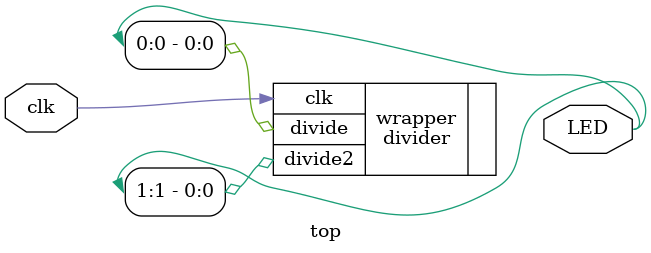
<source format=v>

`timescale 1ns / 1ps

module top
#(
//---------------------------------------------------------------------------------------------------------------------
// parameter definitions
//---------------------------------------------------------------------------------------------------------------------
)(
//---------------------------------------------------------------------------------------------------------------------
// I/O signals
//---------------------------------------------------------------------------------------------------------------------
input clk,
output [1:0] LED
);

divider wrapper(
.clk(clk),
.divide(LED[0]),
.divide2(LED[1])
);
//---------------------------------------------------------------------------------------------------------------------
// Global constant headers
//---------------------------------------------------------------------------------------------------------------------

//---------------------------------------------------------------------------------------------------------------------
// localparam definitions
//---------------------------------------------------------------------------------------------------------------------

//---------------------------------------------------------------------------------------------------------------------
// Internal wires and registers
//---------------------------------------------------------------------------------------------------------------------
	
//---------------------------------------------------------------------------------------------------------------------
// Implementation
//---------------------------------------------------------------------------------------------------------------------




endmodule

</source>
